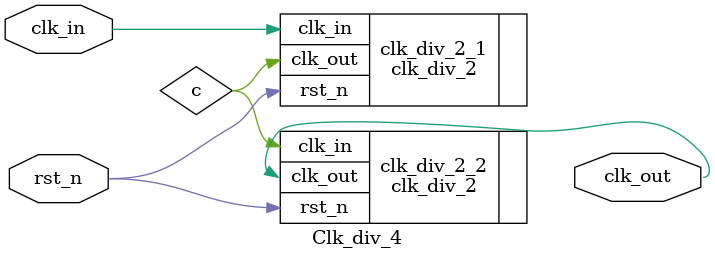
<source format=sv>
`timescale 1ns / 1ps

module Clk_div_4(
    input clk_in,
    input rst_n,
    output logic clk_out
    );
    
    logic c;
    
    clk_div_2 clk_div_2_1(.clk_in(clk_in), .clk_out(c), .rst_n(rst_n));
    clk_div_2 clk_div_2_2(.clk_in(c), .clk_out(clk_out), .rst_n(rst_n));
        
endmodule

</source>
